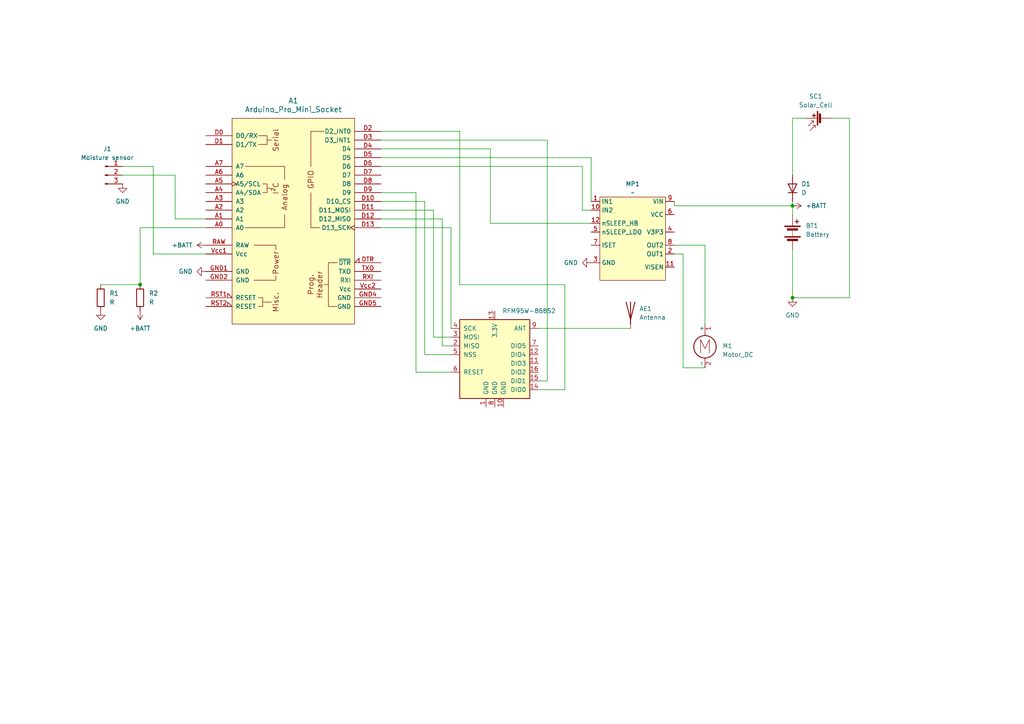
<source format=kicad_sch>
(kicad_sch (version 20231120) (generator "eeschema") (generator_version "8.0")
  (paper "A4")
  (lib_symbols
    (symbol "Connector:Conn_01x03_Pin" (pin_names (offset 1.016) hide)
      (property "Reference" "J" (at 0 5.08 0))
      (property "Value" "Conn_01x03_Pin" (at 0 -5.08 0))
      (symbol "Conn_01x03_Pin_1_1"
        (polyline (pts (xy 1.27 -2.54) (xy 0.8636 -2.54)) (stroke (width 0.1524)))
        (polyline (pts (xy 1.27 0) (xy 0.8636 0)) (stroke (width 0.1524)))
        (polyline (pts (xy 1.27 2.54) (xy 0.8636 2.54)) (stroke (width 0.1524)))
        (rectangle (start 0.8636 -2.413) (end 0 -2.667) (stroke (width 0.1524)) (fill (type outline)))
        (rectangle (start 0.8636 0.127) (end 0 -0.127) (stroke (width 0.1524)) (fill (type outline)))
        (rectangle (start 0.8636 2.667) (end 0 2.413) (stroke (width 0.1524)) (fill (type outline)))
        (pin passive line (at 5.08 2.54 180) (length 3.81) (name "Pin_1") (number "1"))
        (pin passive line (at 5.08 0 180) (length 3.81) (name "Pin_2") (number "2"))
        (pin passive line (at 5.08 -2.54 180) (length 3.81) (name "Pin_3") (number "3"))
      )
    )
    (symbol "Device:Antenna" (pin_numbers hide) (pin_names (offset 1.016) hide)
      (property "Reference" "AE" (at -1.905 1.905 0))
      (property "Value" "Antenna" (at -1.905 0 0))
      (symbol "Antenna_0_1"
        (polyline (pts (xy 0 2.54) (xy 0 -3.81)) (stroke (width 0.254)))
        (polyline (pts (xy 1.27 2.54) (xy 0 -2.54) (xy -1.27 2.54)) (stroke (width 0.254)))
      )
      (symbol "Antenna_1_1"
        (pin input line (at 0 -5.08 90) (length 2.54) (name "A") (number "1"))
      )
    )
    (symbol "Device:Battery" (pin_numbers hide) (pin_names (offset 0) hide)
      (property "Reference" "BT" (at 2.54 2.54 0))
      (property "Value" "Battery" (at 2.54 0 0))
      (symbol "Battery_0_1"
        (rectangle (start -2.286 -1.27) (end 2.286 -1.524) (fill (type outline)))
        (rectangle (start -2.286 1.778) (end 2.286 1.524) (fill (type outline)))
        (rectangle (start -1.524 -2.032) (end 1.524 -2.54) (fill (type outline)))
        (rectangle (start -1.524 1.016) (end 1.524 0.508) (fill (type outline)))
        (polyline (pts (xy 0 -1.016) (xy 0 -0.762)))
        (polyline (pts (xy 0 -0.508) (xy 0 -0.254)))
        (polyline (pts (xy 0 0) (xy 0 0.254)))
        (polyline (pts (xy 0 1.778) (xy 0 2.54)))
        (polyline (pts (xy 0.762 3.048) (xy 1.778 3.048)) (stroke (width 0.254)))
        (polyline (pts (xy 1.27 3.556) (xy 1.27 2.54)) (stroke (width 0.254)))
      )
      (symbol "Battery_1_1"
        (pin passive line (at 0 5.08 270) (length 2.54) (name "+") (number "1"))
        (pin passive line (at 0 -5.08 90) (length 2.54) (name "-") (number "2"))
      )
    )
    (symbol "Device:D" (pin_numbers hide) (pin_names (offset 1.016) hide)
      (property "Reference" "D" (at 0 2.54 0))
      (property "Value" "D" (at 0 -2.54 0))
      (symbol "D_0_1"
        (polyline (pts (xy -1.27 1.27) (xy -1.27 -1.27)) (stroke (width 0.254)))
        (polyline (pts (xy 1.27 0) (xy -1.27 0)))
        (polyline (pts (xy 1.27 1.27) (xy 1.27 -1.27) (xy -1.27 0) (xy 1.27 1.27)) (stroke (width 0.254)))
      )
      (symbol "D_1_1"
        (pin passive line (at -3.81 0 0) (length 2.54) (name "K") (number "1"))
        (pin passive line (at 3.81 0 180) (length 2.54) (name "A") (number "2"))
      )
    )
    (symbol "Device:R" (pin_numbers hide) (pin_names (offset 0))
      (property "Reference" "R" (at 2.032 0 90))
      (property "Value" "R" (at 0 0 90))
      (symbol "R_0_1"
        (rectangle (start -1.016 -2.54) (end 1.016 2.54) (stroke (width 0.254)))
      )
      (symbol "R_1_1"
        (pin passive line (at 0 3.81 270) (length 1.27) (name "~") (number "1"))
        (pin passive line (at 0 -3.81 90) (length 1.27) (name "~") (number "2"))
      )
    )
    (symbol "Device:Solar_Cell" (pin_numbers hide) (pin_names (offset 0) hide)
      (property "Reference" "SC" (at 2.54 2.54 0))
      (property "Value" "Solar_Cell" (at 2.54 0 0))
      (symbol "Solar_Cell_0_1"
        (rectangle (start -2.032 1.778) (end 2.032 1.524) (fill (type outline)))
        (rectangle (start -1.3208 1.1938) (end 1.27 0.6858) (fill (type outline)))
        (polyline (pts (xy -2.032 2.286) (xy -3.556 3.81)))
        (polyline (pts (xy -0.762 2.794) (xy -2.286 4.318)))
        (polyline (pts (xy 0 0.762) (xy 0 0)))
        (polyline (pts (xy 0 1.778) (xy 0 2.54)))
        (polyline (pts (xy 0.254 2.667) (xy 1.27 2.667)) (stroke (width 0.254)))
        (polyline (pts (xy 0.762 3.175) (xy 0.762 2.159)) (stroke (width 0.254)))
        (polyline (pts (xy -2.032 3.048) (xy -2.032 2.286) (xy -2.794 2.286)))
        (polyline (pts (xy -0.762 3.556) (xy -0.762 2.794) (xy -1.524 2.794)))
      )
      (symbol "Solar_Cell_1_1"
        (pin passive line (at 0 5.08 270) (length 2.54) (name "+") (number "1"))
        (pin passive line (at 0 -2.54 90) (length 2.54) (name "-") (number "2"))
      )
    )
    (symbol "Motor:Motor_DC" (pin_names (offset 0))
      (property "Reference" "M" (at 2.54 2.54 0))
      (property "Value" "Motor_DC" (at 2.54 -5.08 0))
      (symbol "Motor_DC_0_0"
        (polyline (pts (xy -1.27 -3.302) (xy -1.27 0.508) (xy 0 -2.032) (xy 1.27 0.508) (xy 1.27 -3.302)))
      )
      (symbol "Motor_DC_0_1"
        (circle (center 0 -1.524) (radius 3.2512) (stroke (width 0.254)))
        (polyline (pts (xy 0 -7.62) (xy 0 -7.112)))
        (polyline (pts (xy 0 -4.7752) (xy 0 -5.1816)))
        (polyline (pts (xy 0 1.7272) (xy 0 2.0828)))
        (polyline (pts (xy 0 2.032) (xy 0 2.54)))
      )
      (symbol "Motor_DC_1_1"
        (pin passive line (at 0 5.08 270) (length 2.54) (name "+") (number "1"))
        (pin passive line (at 0 -7.62 90) (length 2.54) (name "-") (number "2"))
      )
    )
    (symbol "PCM_arduino-library:Arduino_Pro_Mini_Socket" (pin_names (offset 1.016))
      (property "Reference" "A" (at 0 36.83 0))
      (property "Value" "Arduino_Pro_Mini_Socket" (at 0 33.02 0))
      (symbol "Arduino_Pro_Mini_Socket_0_0"
        (rectangle (start -17.78 30.48) (end 17.78 -29.21) (fill (type background)))
        (polyline (pts (xy -7.62 10.16) (xy -6.35 10.16)))
        (polyline (pts (xy -7.62 24.13) (xy -6.35 24.13)))
        (polyline (pts (xy -6.35 -22.86) (xy -8.89 -22.86)))
        (polyline (pts (xy -11.43 -16.51) (xy -5.08 -16.51) (xy -5.08 -15.24)))
        (polyline (pts (xy -5.08 -7.62) (xy -5.08 -6.35) (xy -11.43 -6.35)))
        (polyline (pts (xy -2.54 2.54) (xy -2.54 -1.27) (xy -13.97 -1.27)))
        (polyline (pts (xy -2.54 12.7) (xy -2.54 16.51) (xy -13.97 16.51)))
        (polyline (pts (xy -10.16 25.4) (xy -7.62 25.4) (xy -7.62 22.86) (xy -10.16 22.86)))
        (polyline (pts (xy -8.89 11.43) (xy -7.62 11.43) (xy -7.62 8.89) (xy -8.89 8.89)))
        (polyline (pts (xy 12.7 -11.43) (xy 10.16 -11.43) (xy 10.16 -16.51) (xy 10.16 -17.78) (xy 8.89 -17.78) (xy 10.16 -17.78) (xy 10.16 -24.13) (xy 12.7 -24.13)))
        (text "Analog" (at -2.54 7.62 900) (effects (font (size 1.524 1.524))))
        (text "Header" (at 7.62 -17.78 900) (effects (font (size 1.524 1.524))))
        (text "I²C" (at -5.08 10.16 900) (effects (font (size 1.524 1.524))))
        (text "Misc." (at -5.08 -22.86 900) (effects (font (size 1.524 1.524))))
        (text "Power" (at -5.08 -11.43 900) (effects (font (size 1.524 1.524))))
        (text "Prog." (at 5.08 -17.78 900) (effects (font (size 1.524 1.524))))
        (text "Serial" (at -5.08 24.13 900) (effects (font (size 1.524 1.524))))
      )
      (symbol "Arduino_Pro_Mini_Socket_0_1"
        (polyline (pts (xy 7.62 -1.27) (xy 5.08 -1.27) (xy 5.08 8.89)))
        (polyline (pts (xy 8.89 26.67) (xy 5.08 26.67) (xy 5.08 16.51)))
        (polyline (pts (xy -10.16 -24.13) (xy -8.89 -24.13) (xy -8.89 -21.59) (xy -10.16 -21.59)))
      )
      (symbol "Arduino_Pro_Mini_Socket_1_0"
        (text "GPIO" (at 5.08 12.7 900) (effects (font (size 1.524 1.524))))
      )
      (symbol "Arduino_Pro_Mini_Socket_1_1"
        (pin bidirectional line (at -25.4 -1.27 0) (length 7.62) (name "A0") (number "A0"))
        (pin bidirectional line (at -25.4 1.27 0) (length 7.62) (name "A1") (number "A1"))
        (pin bidirectional line (at -25.4 3.81 0) (length 7.62) (name "A2") (number "A2"))
        (pin bidirectional line (at -25.4 6.35 0) (length 7.62) (name "A3") (number "A3"))
        (pin bidirectional line (at -25.4 8.89 0) (length 7.62) (name "A4/SDA") (number "A4"))
        (pin bidirectional clock (at -25.4 11.43 0) (length 7.62) (name "A5/SCL") (number "A5"))
        (pin input line (at -25.4 13.97 0) (length 7.62) (name "A6") (number "A6"))
        (pin input line (at -25.4 16.51 0) (length 7.62) (name "A7") (number "A7"))
        (pin bidirectional line (at -25.4 25.4 0) (length 7.62) (name "D0/RX") (number "D0"))
        (pin bidirectional line (at -25.4 22.86 0) (length 7.62) (name "D1/TX") (number "D1"))
        (pin bidirectional line (at 25.4 6.35 180) (length 7.62) (name "D10_CS") (number "D10"))
        (pin bidirectional line (at 25.4 3.81 180) (length 7.62) (name "D11_MOSI") (number "D11"))
        (pin bidirectional line (at 25.4 1.27 180) (length 7.62) (name "D12_MISO") (number "D12"))
        (pin bidirectional clock (at 25.4 -1.27 180) (length 7.62) (name "D13_SCK") (number "D13"))
        (pin bidirectional line (at 25.4 26.67 180) (length 7.62) (name "D2_INT0") (number "D2"))
        (pin bidirectional line (at 25.4 24.13 180) (length 7.62) (name "D3_INT1") (number "D3"))
        (pin bidirectional line (at 25.4 21.59 180) (length 7.62) (name "D4") (number "D4"))
        (pin bidirectional line (at 25.4 19.05 180) (length 7.62) (name "D5") (number "D5"))
        (pin bidirectional line (at 25.4 16.51 180) (length 7.62) (name "D6") (number "D6"))
        (pin bidirectional line (at 25.4 13.97 180) (length 7.62) (name "D7") (number "D7"))
        (pin bidirectional line (at 25.4 11.43 180) (length 7.62) (name "D8") (number "D8"))
        (pin bidirectional line (at 25.4 8.89 180) (length 7.62) (name "D9") (number "D9"))
        (pin input input_low (at 25.4 -11.43 180) (length 7.62) (name "~{DTR}") (number "DTR"))
        (pin power_in line (at -25.4 -13.97 0) (length 7.62) (name "GND") (number "GND1"))
        (pin power_in line (at -25.4 -16.51 0) (length 7.62) (name "GND") (number "GND2"))
        (pin power_in line (at 25.4 -21.59 180) (length 7.62) (name "GND") (number "GND4"))
        (pin power_in line (at 25.4 -24.13 180) (length 7.62) (name "GND") (number "GND5"))
        (pin power_in line (at -25.4 -6.35 0) (length 7.62) (name "RAW") (number "RAW"))
        (pin open_collector input_low (at -25.4 -21.59 0) (length 7.62) (name "RESET") (number "RST1"))
        (pin open_collector input_low (at -25.4 -24.13 0) (length 7.62) (name "RESET") (number "RST2"))
        (pin input line (at 25.4 -16.51 180) (length 7.62) (name "RXI") (number "RXI"))
        (pin output line (at 25.4 -13.97 180) (length 7.62) (name "TXO") (number "TXO"))
        (pin power_in line (at -25.4 -8.89 0) (length 7.62) (name "Vcc") (number "Vcc1"))
        (pin power_in line (at 25.4 -19.05 180) (length 7.62) (name "Vcc") (number "Vcc2"))
      )
    )
    (symbol "RF_Module:RFM95W-868S2" (pin_names (offset 1.016))
      (property "Reference" "U" (at -10.414 11.684 0))
      (property "Value" "RFM95W-868S2" (at 1.524 11.43 0))
      (symbol "RFM95W-868S2_0_1"
        (rectangle (start -10.16 10.16) (end 10.16 -12.7) (stroke (width 0.254)) (fill (type background)))
      )
      (symbol "RFM95W-868S2_1_1"
        (pin power_in line (at -2.54 -15.24 90) (length 2.54) (name "GND") (number "1"))
        (pin power_in line (at 2.54 -15.24 90) (length 2.54) (name "GND") (number "10"))
        (pin bidirectional line (at 12.7 -2.54 180) (length 2.54) (name "DIO3") (number "11"))
        (pin bidirectional line (at 12.7 0 180) (length 2.54) (name "DIO4") (number "12"))
        (pin power_in line (at 0 12.7 270) (length 2.54) (name "3.3V") (number "13"))
        (pin bidirectional line (at 12.7 -10.16 180) (length 2.54) (name "DIO0") (number "14"))
        (pin bidirectional line (at 12.7 -7.62 180) (length 2.54) (name "DIO1") (number "15"))
        (pin bidirectional line (at 12.7 -5.08 180) (length 2.54) (name "DIO2") (number "16"))
        (pin output line (at -12.7 2.54 0) (length 2.54) (name "MISO") (number "2"))
        (pin input line (at -12.7 5.08 0) (length 2.54) (name "MOSI") (number "3"))
        (pin input line (at -12.7 7.62 0) (length 2.54) (name "SCK") (number "4"))
        (pin input line (at -12.7 0 0) (length 2.54) (name "NSS") (number "5"))
        (pin bidirectional line (at -12.7 -5.08 0) (length 2.54) (name "RESET") (number "6"))
        (pin bidirectional line (at 12.7 2.54 180) (length 2.54) (name "DIO5") (number "7"))
        (pin power_in line (at 0 -15.24 90) (length 2.54) (name "GND") (number "8"))
        (pin bidirectional line (at 12.7 7.62 180) (length 2.54) (name "ANT") (number "9"))
      )
    )
    (symbol "power:+BATT" (power) (pin_numbers hide) (pin_names (offset 0) hide)
      (property "Value" "+BATT" (at 0 3.556 0))
      (symbol "+BATT_0_1"
        (polyline (pts (xy -0.762 1.27) (xy 0 2.54)))
        (polyline (pts (xy 0 0) (xy 0 2.54)))
        (polyline (pts (xy 0 2.54) (xy 0.762 1.27)))
      )
      (symbol "+BATT_1_1"
        (pin power_in line (at 0 0 90) (length 0) (name "~") (number "1"))
      )
    )
    (symbol "power:GND" (power) (pin_numbers hide) (pin_names (offset 0) hide)
      (property "Value" "GND" (at 0 -3.81 0))
      (symbol "GND_0_1"
        (polyline (pts (xy 0 0) (xy 0 -1.27) (xy 1.27 -1.27) (xy 0 -2.54) (xy -1.27 -1.27) (xy 0 -1.27)))
      )
      (symbol "GND_1_1"
        (pin power_in line (at 0 0 270) (length 0) (name "~") (number "1"))
      )
    )
    (symbol "watering:Driver_Motor{colon}Pololu_MP6550"
      (property "Reference" "MP1" (at -0.635 16.51 0))
      (property "Value" "~" (at -0.635 13.97 0))
      (symbol "Driver_Motor{colon}Pololu_MP6550_1_1"
        (rectangle (start -10.16 12.7) (end 8.89 -11.43) (fill (type background)))
        (pin input line (at -12.7 11.43 0) (length 2.54) (name "IN1") (number "1"))
        (pin input line (at -12.7 8.89 0) (length 2.54) (name "IN2") (number "10"))
        (pin input line (at 11.43 -7.62 180) (length 2.54) (name "VISEN") (number "11"))
        (pin input line (at -12.7 5.08 0) (length 2.54) (name "nSLEEP_HB") (number "12"))
        (pin output line (at 11.43 -3.81 180) (length 2.54) (name "OUT1") (number "2"))
        (pin power_out line (at -12.7 -6.35 0) (length 2.54) (name "GND") (number "3"))
        (pin power_out line (at 11.43 2.54 180) (length 2.54) (name "V3P3") (number "4"))
        (pin input line (at -12.7 2.54 0) (length 2.54) (name "nSLEEP_LDO") (number "5"))
        (pin power_in line (at 11.43 7.62 180) (length 2.54) (name "VCC") (number "6"))
        (pin free line (at -12.7 -1.27 0) (length 2.54) (name "ISET") (number "7"))
        (pin output line (at 11.43 -1.27 180) (length 2.54) (name "OUT2") (number "8"))
        (pin power_in line (at 11.43 11.43 180) (length 2.54) (name "VIN") (number "9"))
      )
    )
  )
  (junction (at 229.87 59.69))
  (junction (at 229.87 86.36))
  (junction (at 40.64 82.55))
  (wire (pts (xy 229.87 59.69) (xy 229.87 62.23)))
  (wire (pts (xy 158.75 40.64) (xy 158.75 110.49)))
  (wire (pts (xy 110.49 45.72) (xy 171.45 45.72)))
  (wire (pts (xy 50.8 50.8) (xy 50.8 63.5)))
  (wire (pts (xy 229.87 72.39) (xy 229.87 86.36)))
  (wire (pts (xy 229.87 59.69) (xy 195.58 59.69)))
  (wire (pts (xy 156.21 95.25) (xy 182.88 95.25)))
  (wire (pts (xy 44.45 73.66) (xy 44.45 48.26)))
  (wire (pts (xy 123.19 58.42) (xy 123.19 102.87)))
  (wire (pts (xy 163.83 82.55) (xy 133.35 82.55)))
  (wire (pts (xy 110.49 63.5) (xy 128.27 63.5)))
  (wire (pts (xy 156.21 110.49) (xy 158.75 110.49)))
  (wire (pts (xy 110.49 43.18) (xy 142.24 43.18)))
  (wire (pts (xy 125.73 60.96) (xy 125.73 97.79)))
  (wire (pts (xy 195.58 73.66) (xy 198.12 73.66)))
  (wire (pts (xy 110.49 55.88) (xy 120.65 55.88)))
  (wire (pts (xy 168.91 48.26) (xy 168.91 60.96)))
  (wire (pts (xy 241.3 34.29) (xy 246.38 34.29)))
  (wire (pts (xy 110.49 38.1) (xy 133.35 38.1)))
  (wire (pts (xy 246.38 34.29) (xy 246.38 86.36)))
  (wire (pts (xy 123.19 102.87) (xy 130.81 102.87)))
  (wire (pts (xy 44.45 48.26) (xy 35.56 48.26)))
  (wire (pts (xy 29.21 82.55) (xy 40.64 82.55)))
  (wire (pts (xy 229.87 86.36) (xy 246.38 86.36)))
  (wire (pts (xy 110.49 60.96) (xy 125.73 60.96)))
  (wire (pts (xy 168.91 60.96) (xy 171.45 60.96)))
  (wire (pts (xy 50.8 63.5) (xy 59.69 63.5)))
  (wire (pts (xy 59.69 73.66) (xy 44.45 73.66)))
  (wire (pts (xy 163.83 113.03) (xy 163.83 82.55)))
  (wire (pts (xy 198.12 73.66) (xy 198.12 106.68)))
  (wire (pts (xy 110.49 40.64) (xy 158.75 40.64)))
  (wire (pts (xy 142.24 43.18) (xy 142.24 64.77)))
  (wire (pts (xy 233.68 34.29) (xy 229.87 34.29)))
  (wire (pts (xy 204.47 71.12) (xy 204.47 93.98)))
  (wire (pts (xy 171.45 45.72) (xy 171.45 58.42)))
  (wire (pts (xy 128.27 100.33) (xy 130.81 100.33)))
  (wire (pts (xy 110.49 66.04) (xy 130.81 66.04)))
  (wire (pts (xy 128.27 63.5) (xy 128.27 100.33)))
  (wire (pts (xy 133.35 82.55) (xy 133.35 38.1)))
  (wire (pts (xy 59.69 66.04) (xy 40.64 66.04)))
  (wire (pts (xy 130.81 66.04) (xy 130.81 95.25)))
  (wire (pts (xy 130.81 97.79) (xy 125.73 97.79)))
  (wire (pts (xy 40.64 66.04) (xy 40.64 82.55)))
  (wire (pts (xy 195.58 71.12) (xy 204.47 71.12)))
  (wire (pts (xy 156.21 113.03) (xy 163.83 113.03)))
  (wire (pts (xy 110.49 48.26) (xy 168.91 48.26)))
  (wire (pts (xy 110.49 58.42) (xy 123.19 58.42)))
  (wire (pts (xy 35.56 50.8) (xy 50.8 50.8)))
  (wire (pts (xy 142.24 64.77) (xy 171.45 64.77)))
  (wire (pts (xy 120.65 107.95) (xy 130.81 107.95)))
  (wire (pts (xy 198.12 106.68) (xy 204.47 106.68)))
  (wire (pts (xy 120.65 55.88) (xy 120.65 107.95)))
  (wire (pts (xy 195.58 59.69) (xy 195.58 58.42)))
  (wire (pts (xy 229.87 58.42) (xy 229.87 59.69)))
  (wire (pts (xy 229.87 34.29) (xy 229.87 50.8)))
  (symbol (lib_id "power:+BATT") (at 40.64 90.17 180) (unit 1)
    (property "Reference" "#PWR07" (effects (hide yes)))
    (property "Value" "+BATT" (at 40.64 95.25 0))
    (property "Description" "Power symbol creates a global label with name \"+BATT\"" (effects (hide yes)))
  )
  (symbol (lib_id "Device:R") (at 40.64 86.36 0) (unit 1)
    (property "Reference" "R2" (at 43.18 85.0899 0) (effects (justify left)))
    (property "Value" "R" (at 43.18 87.6299 0) (effects (justify left)))
    (property "Footprint" "Resistor_THT:R_Axial_DIN0207_L6.3mm_D2.5mm_P10.16mm_Horizontal" (effects (hide yes)))
    (property "Description" "Resistor" (effects (hide yes)))
  )
  (symbol (lib_id "Device:Solar_Cell") (at 238.76 34.29 90) (unit 1)
    (property "Reference" "SC1" (at 236.601 27.94 90))
    (property "Value" "Solar_Cell" (at 236.601 30.48 90))
    (property "Footprint" "Connector_JST:JST_EH_B2B-EH-A_1x02_P2.50mm_Vertical" (effects (hide yes)))
    (property "Description" "Single solar cell" (effects (hide yes)))
  )
  (symbol (lib_id "Device:R") (at 29.21 86.36 0) (unit 1)
    (property "Reference" "R1" (at 31.75 85.0899 0) (effects (justify left)))
    (property "Value" "R" (at 31.75 87.6299 0) (effects (justify left)))
    (property "Footprint" "Resistor_THT:R_Axial_DIN0207_L6.3mm_D2.5mm_P10.16mm_Horizontal" (effects (hide yes)))
    (property "Description" "Resistor" (effects (hide yes)))
  )
  (symbol (lib_id "Connector:Conn_01x03_Pin") (at 30.48 50.8 0) (unit 1)
    (property "Reference" "J1" (at 31.115 43.18 0))
    (property "Value" "Moisture sensor" (at 31.115 45.72 0))
    (property "Footprint" "Connector_JST:JST_EH_B3B-EH-A_1x03_P2.50mm_Vertical" (effects (hide yes)))
    (property "Description" "Generic connector, single row, 01x03, script generated" (effects (hide yes)))
  )
  (symbol (lib_id "power:GND") (at 171.45 76.2 270) (unit 1)
    (property "Reference" "#PWR05" (effects (hide yes)))
    (property "Value" "GND" (at 167.64 76.1999 90) (effects (justify right)))
    (property "Description" "Power symbol creates a global label with name \"GND\" , ground" (effects (hide yes)))
  )
  (symbol (lib_id "power:GND") (at 29.21 90.17 0) (unit 1)
    (property "Reference" "#PWR06" (effects (hide yes)))
    (property "Value" "GND" (at 29.21 95.25 0))
    (property "Description" "Power symbol creates a global label with name \"GND\" , ground" (effects (hide yes)))
  )
  (symbol (lib_id "power:GND") (at 35.56 53.34 0) (unit 1)
    (property "Reference" "#PWR8" (effects (hide yes)))
    (property "Value" "GND" (at 35.56 58.42 0))
    (property "Description" "Power symbol creates a global label with name \"GND\" , ground" (effects (hide yes)))
  )
  (symbol (lib_id "power:+BATT") (at 59.69 71.12 90) (unit 1)
    (property "Reference" "#PWR03" (effects (hide yes)))
    (property "Value" "+BATT" (at 55.88 71.1199 90) (effects (justify left)))
    (property "Description" "Power symbol creates a global label with name \"+BATT\"" (effects (hide yes)))
  )
  (symbol (lib_id "PCM_arduino-library:Arduino_Pro_Mini_Socket") (at 85.09 64.77 0) (unit 1)
    (property "Reference" "A1" (at 85.09 29.21 0) (effects (font (size 1.524 1.524))))
    (property "Value" "Arduino_Pro_Mini_Socket" (at 85.09 31.75 0) (effects (font (size 1.524 1.524))))
    (property "Footprint" "PCM_arduino-library:Arduino_Pro_Mini_Socket" (effects (hide yes)))
    (property "Datasheet" "https://docs.arduino.cc/retired/boards/arduino-pro-mini" (effects (hide yes)))
    (property "Description" "Socket for Arduino Pro Mini" (effects (hide yes)))
  )
  (symbol (lib_id "Motor:Motor_DC") (at 204.47 99.06 0) (unit 1)
    (property "Reference" "M1" (at 209.55 100.3299 0) (effects (justify left)))
    (property "Value" "Motor_DC" (at 209.55 102.8699 0) (effects (justify left)))
    (property "Footprint" "Connector_JST:JST_EH_B2B-EH-A_1x02_P2.50mm_Vertical" (effects (hide yes)))
    (property "Description" "DC Motor" (effects (hide yes)))
  )
  (symbol (lib_id "RF_Module:RFM95W-868S2") (at 143.51 102.87 0) (unit 1)
    (property "Reference" "U1" (effects (hide yes)))
    (property "Value" "RFM95W-868S2" (at 145.7041 90.17 0) (effects (justify left)))
    (property "Footprint" "RF_Module:HOPERF_RFM9XW_THT" (effects (hide yes)))
    (property "Datasheet" "https://www.hoperf.com/data/upload/portal/20181127/5bfcbea20e9ef.pdf" (effects (hide yes)))
    (property "Description" "Low power long range transceiver module, SPI and parallel interface, 868 MHz, spreading factor 6 to12, bandwidth 7.8 to 500kHz, -111 to -148 dBm, SMD-16, DIP-16" (effects (hide yes)))
  )
  (symbol (lib_id "Device:Battery") (at 229.87 67.31 0) (unit 1)
    (property "Reference" "BT1" (at 233.68 65.4684 0) (effects (justify left)))
    (property "Value" "Battery" (at 233.68 68.0084 0) (effects (justify left)))
    (property "Footprint" "Connector_JST:JST_EH_B2B-EH-A_1x02_P2.50mm_Vertical" (effects (hide yes)))
    (property "Description" "Multiple-cell battery" (effects (hide yes)))
  )
  (symbol (lib_id "power:GND") (at 59.69 78.74 270) (unit 1)
    (property "Reference" "#PWR04" (effects (hide yes)))
    (property "Value" "GND" (at 55.88 78.7399 90) (effects (justify right)))
    (property "Description" "Power symbol creates a global label with name \"GND\" , ground" (effects (hide yes)))
  )
  (symbol (lib_id "power:+BATT") (at 229.87 59.69 270) (unit 1)
    (property "Reference" "#PWR02" (effects (hide yes)))
    (property "Value" "+BATT" (at 233.68 59.6899 90) (effects (justify left)))
    (property "Description" "Power symbol creates a global label with name \"+BATT\"" (effects (hide yes)))
  )
  (symbol (lib_id "power:GND") (at 229.87 86.36 0) (unit 1)
    (property "Reference" "#PWR01" (effects (hide yes)))
    (property "Value" "GND" (at 229.87 91.44 0))
    (property "Description" "Power symbol creates a global label with name \"GND\" , ground" (effects (hide yes)))
  )
  (symbol (lib_id "Device:Antenna") (at 182.88 90.17 0) (unit 1)
    (property "Reference" "AE1" (at 185.42 89.5349 0) (effects (justify left)))
    (property "Value" "Antenna" (at 185.42 92.0749 0) (effects (justify left)))
    (property "Footprint" "Connector_PinSocket_2.54mm:PinSocket_1x01_P2.54mm_Vertical" (effects (hide yes)))
    (property "Description" "Antenna" (effects (hide yes)))
  )
  (symbol (lib_id "Device:D") (at 229.87 54.61 90) (unit 1)
    (property "Reference" "D1" (at 232.41 53.3399 90) (effects (justify right)))
    (property "Value" "D" (at 232.41 55.8799 90) (effects (justify right)))
    (property "Footprint" "Diode_THT:D_T-1_P10.16mm_Horizontal" (effects (hide yes)))
    (property "Description" "Diode" (effects (hide yes)))
    (property "Sim.Device" "D" (effects (hide yes)))
    (property "Sim.Pins" "1=K 2=A" (effects (hide yes)))
  )
  (symbol (lib_id "watering:Driver_Motor{colon}Pololu_MP6550") (at 184.15 69.85 0) (unit 1)
    (property "Reference" "MP1" (at 183.515 53.34 0))
    (property "Value" "~" (at 183.515 55.88 0))
    (property "Footprint" "watering:MP6550" (effects (hide yes)))
  )
)
</source>
